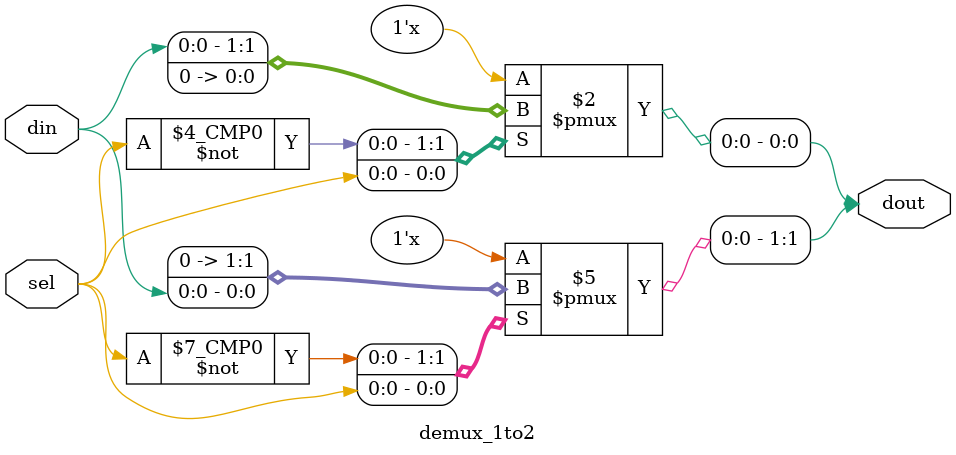
<source format=v>
module demux_1to2(input din, input sel, output reg [1:0] dout);
always @(*) begin
  dout = 2'b00;
  case (sel)
    1'b0: dout[0] = din;
    1'b1: dout[1] = din;
  endcase
end
endmodule
</source>
